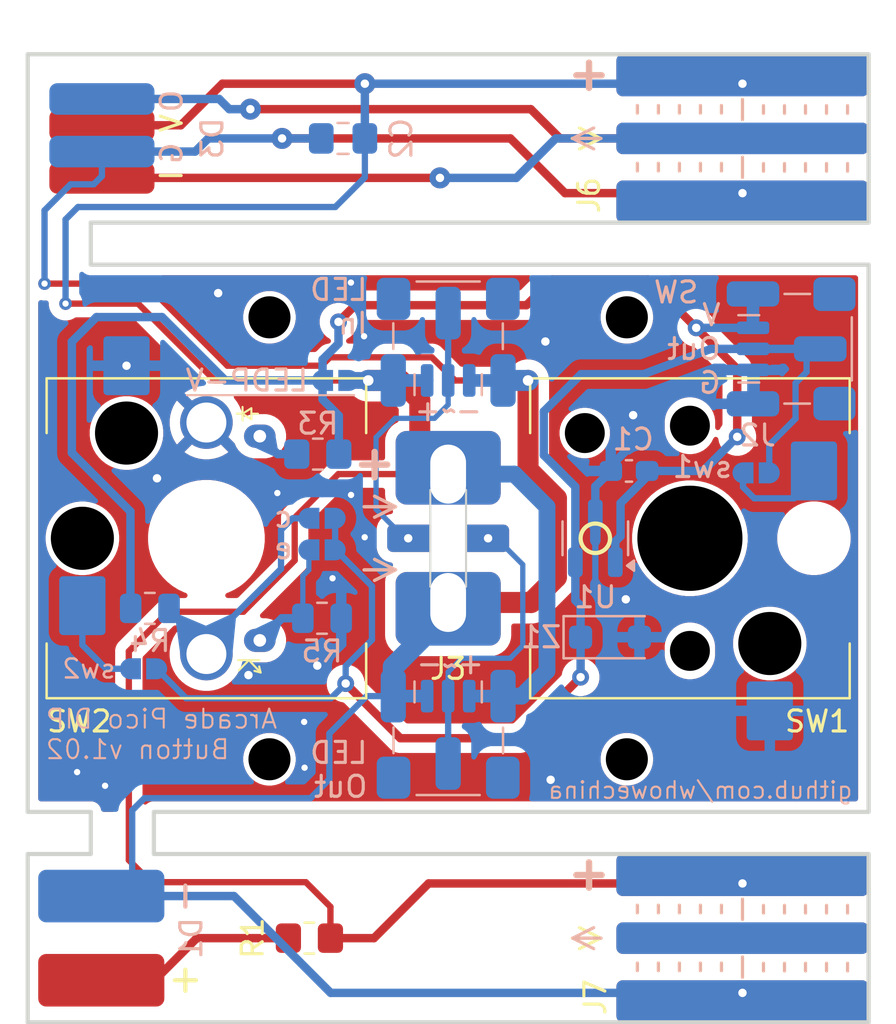
<source format=kicad_pcb>
(kicad_pcb (version 20241229) (generator "pcbnew") (generator_version "9.0")
  (layers (0 "F.Cu" signal) (2 "B.Cu" signal) (13 "F.Paste" user) (15 "B.Paste" user) (5 "F.SilkS" user "F.Silkscreen") (7 "B.SilkS" user "B.Silkscreen") (1 "F.Mask" user) (3 "B.Mask" user) (25 "Edge.Cuts" user))
  (net 0 "")
  (net 1 "LED_N")
  (net 2 "LED_P")
  (net 3 "Vcc")
  (net 4 "/Out")
  (net 5 "GND")
  (net 6 "Net-(J3-Out)")
  (net 7 "Net-(J3-In)")
  (net 8 "Net-(D1-A)")
  (net 9 "Net-(D3-Out)")
  (net 10 "Net-(D3-In)")
  (net 13 "Net-(JP7-A)")
  (net 14 "Net-(JP3-B)")
  (net 15 "Net-(JP4-B)")
  (net 16 "Net-(SW2B-A)")
  (net 17 "Net-(JP5-A)")
  (footprint "button:M2_Screw" (layer "F.Cu") (at 108.5 65.5)
    (property "Reference" "S2" (hide yes))
    (property "Value" "~")
    (pad "" np_thru_hole circle (at 0 0) (size 2 2) (drill 2) (layers "*.Mask"))
  )
  (footprint "button:M2_Screw" (layer "F.Cu") (at 108.5 44.5)
    (property "Reference" "S1" (hide yes))
    (property "Value" "~")
    (pad "" np_thru_hole circle (at 0 0) (size 2 2) (drill 2) (layers "*.Mask"))
  )
  (footprint "button:Choc_HE" (layer "F.Cu") (at 111.5 55 -90)
    (property "Reference" "SW1" (at 8.7 -6.05 0) (layer "F.SilkS"))
    (property "Value" "~" (hide yes))
    (pad "" np_thru_hole circle (at -5.35 0 270) (size 1.9 1.9) (drill oval 2.2 1.9) (layers "*.Mask"))
    (pad "" np_thru_hole circle (at -5 5 270) (size 1.9 1.9) (drill 1.9) (layers "*.Mask"))
    (pad "" np_thru_hole circle (at 0 -5.9 270) (size 3 3) (drill 3) (layers "*.Cu" "*.Mask"))
    (pad "" np_thru_hole circle (at 0 0 270) (size 5 5) (drill 5) (layers "*.Mask"))
    (pad "" np_thru_hole circle (at 5 -3.8 270) (size 3 3) (drill 3) (layers "*.Mask"))
    (pad "" np_thru_hole circle (at 5.35 0 270) (size 1.9 1.9) (drill oval 2.2 1.9) (layers "*.Mask"))
    (pad "1" smd roundrect (at -3.2 -5.9 270) (size 2.8 2.2) (layers "B.Cu" "B.Mask" "B.Paste") (roundrect_rratio 0.08333333333) (net 17 "Net-(JP5-A)"))
    (pad "2" smd roundrect (at 8.2 -3.8 270) (size 2.8 2.2) (layers "B.Cu" "B.Mask" "B.Paste") (roundrect_rratio 0.08333333333) (net 5 "GND"))
  )
  (footprint "button:SW_Kailh_Choc_IR_Combo" (layer "F.Cu") (at 88.5 55 90)
    (property "Reference" "SW2" (at -8.7 -6.05 180) (layer "F.SilkS"))
    (property "Value" "Choc and IR Pair" (hide yes))
    (pad "" np_thru_hole circle (at 0 -5.9 90) (size 3 3) (drill 3) (layers "*.Mask"))
    (pad "" np_thru_hole circle (at 0 0 90) (size 5.05 5.05) (drill 5.05) (layers "*.Cu" "*.Mask"))
    (pad "" np_thru_hole circle (at 5 -3.8 90) (size 3 3) (drill 3) (layers "*.Mask"))
    (pad "1" smd roundrect (at -3.2 -5.9 90) (size 2.8 2.2) (layers "B.Cu" "B.Mask" "B.Paste") (roundrect_rratio 0.08333333333) (net 13 "Net-(JP7-A)"))
    (pad "2" smd roundrect (at 8.2 -3.8 90) (size 2.8 2.2) (layers "B.Cu" "B.Mask" "B.Paste") (roundrect_rratio 0.08333333333) (net 5 "GND"))
    (pad "3" thru_hole circle (at 5.5 0 90) (size 2.5 2.5) (drill 1.9) (layers "*.Cu" "*.Mask") (net 5 "GND"))
    (pad "4" thru_hole oval (at 4.85 2.54 180) (size 1.5 1.1) (drill 0.6) (layers "*.Cu" "*.Mask") (net 16 "Net-(SW2B-A)"))
    (pad "5" thru_hole oval (at -4.85 2.54 180) (size 1.5 1.1) (drill 0.6) (layers "*.Cu" "*.Mask") (net 15 "Net-(JP4-B)"))
    (pad "6" thru_hole circle (at -5.5 0 90) (size 2.5 2.5) (drill 1.9) (layers "*.Cu" "*.Mask") (net 14 "Net-(JP3-B)"))
  )
  (footprint "button:GoldFinger" (layer "F.Cu") (at 114 36)
    (property "Reference" "J6" (at -7.3 2.7 90) (layer "F.SilkS"))
    (property "Value" "Gold Finger")
    (pad "G" thru_hole roundrect (at 0 2.6) (size 12 2) (drill 0.4 (offset 0 0.4)) (layers "*.Cu" "*.Paste" "*.Mask") (roundrect_rratio 0.15) (net 1 "LED_N"))
    (pad "I" smd roundrect (at 0 0) (size 12 1.5) (layers "B.Cu" "B.Mask" "B.Paste") (roundrect_rratio 0.2) (net 10 "Net-(D3-In)"))
    (pad "O" smd roundrect (at 0 0) (size 12 1.5) (layers "F.Cu" "F.Mask" "F.Paste") (roundrect_rratio 0.2) (net 9 "Net-(D3-Out)"))
    (pad "V" thru_hole roundrect (at 0 -2.6) (size 12 2) (drill 0.4 (offset 0 -0.4)) (layers "*.Cu" "*.Paste" "*.Mask") (roundrect_rratio 0.15) (net 2 "LED_P"))
  )
  (footprint "button:GoldFinger" (layer "F.Cu") (at 114 74)
    (property "Reference" "J7" (at -7 2.8 90) (layer "F.SilkS"))
    (property "Value" "Gold Finger")
    (pad "G" thru_hole roundrect (at 0 2.6) (size 12 2) (drill 0.4 (offset 0 0.4)) (layers "*.Cu" "*.Paste" "*.Mask") (roundrect_rratio 0.15) (net 1 "LED_N"))
    (pad "I" smd roundrect (at 0 0) (size 12 1.5) (layers "B.Cu" "B.Mask" "B.Paste") (roundrect_rratio 0.2))
    (pad "O" smd roundrect (at 0 0) (size 12 1.5) (layers "F.Cu" "F.Mask" "F.Paste") (roundrect_rratio 0.2))
    (pad "V" thru_hole roundrect (at 0 -2.6) (size 12 2) (drill 0.4 (offset 0 -0.4)) (layers "*.Cu" "*.Paste" "*.Mask") (roundrect_rratio 0.15) (net 2 "LED_P"))
  )
  (footprint "button:M2_Screw" (layer "F.Cu") (at 91.5 65.5)
    (property "Reference" "S4" (hide yes))
    (property "Value" "~")
    (pad "" np_thru_hole circle (at 0 0) (size 2 2) (drill 2) (layers "*.Mask"))
  )
  (footprint "button:M2_Screw" (layer "F.Cu") (at 91.5 44.5)
    (property "Reference" "S3" (hide yes))
    (property "Value" "~")
    (pad "" np_thru_hole circle (at 0 0) (size 2 2) (drill 2) (layers "*.Mask"))
  )
  (footprint "button:LampSeat" (layer "F.Cu") (at 100 55)
    (property "Reference" "J3" (at 0 6.2 0) (layer "F.SilkS"))
    (property "Value" "Lamp Seat")
    (fp_rect (start -0.85 -2.3) (end 0.85 2.3) (stroke (width 0.1)) (fill no) (layer "Edge.Cuts"))
    (pad "G" thru_hole roundrect (at 0 3.05) (size 5 3.5) (drill oval 1.7 2.8 (offset 0 0.3)) (layers "*.Cu" "*.Mask") (roundrect_rratio 0.15) (net 1 "LED_N"))
    (pad "I" thru_hole roundrect (at -1.9 0) (size 2 1.3) (drill 0.4) (layers "*.Cu" "*.Mask") (roundrect_rratio 0.2) (chamfer_ratio 0) (chamfer top_right bottom_right) (net 7 "Net-(J3-In)"))
    (pad "O" thru_hole roundrect (at 1.9 0) (size 2 1.3) (drill 0.4) (layers "*.Cu" "*.Mask") (roundrect_rratio 0.2) (chamfer_ratio 0) (chamfer top_left bottom_left) (net 6 "Net-(J3-Out)"))
    (pad "V" thru_hole roundrect (at 0 -3.05) (size 5 3.5) (drill oval 1.7 2.8 (offset 0 -0.3)) (layers "*.Cu" "*.Mask") (roundrect_rratio 0.15) (net 2 "LED_P"))
  )
  (footprint "Resistor_SMD:R_0805_2012Metric_Pad1.20x1.40mm_HandSolder" (layer "F.Cu") (at 93.4 74 180)
    (property "Reference" "R1" (at 2.7 0 90) (layer "F.SilkS"))
    (property "Value" "200")
    (pad "1" smd roundrect (at -1 0 180) (size 1.2 1.4) (layers "F.Cu" "F.Mask" "F.Paste") (roundrect_rratio 0.208333) (net 2 "LED_P"))
    (pad "2" smd roundrect (at 1 0 180) (size 1.2 1.4) (layers "F.Cu" "F.Mask" "F.Paste") (roundrect_rratio 0.208333) (net 8 "Net-(D1-A)"))
  )
  (footprint "button:SH1.0_3P_Solder_Combo" (layer "B.Cu") (at 100 64.5 180)
    (property "Reference" "J5" (hide yes))
    (property "Value" "RGB Out" (hide yes))
    (pad "1" smd roundrect (at -2.61 2 180) (size 1.2 2.5) (layers "B.Cu" "B.Mask" "B.Paste") (net 2 "LED_P"))
    (pad "1" smd roundrect (at -1 2 180) (size 0.6 1.55) (layers "B.Cu" "B.Mask" "B.Paste") (net 2 "LED_P"))
    (pad "2" smd roundrect (at 0 -1.2 180) (size 1.2 2.5) (layers "B.Cu" "B.Mask" "B.Paste") (net 6 "Net-(J3-Out)"))
    (pad "2" smd roundrect (at 0 2 180) (size 0.6 1.55) (layers "B.Cu" "B.Mask" "B.Paste") (net 6 "Net-(J3-Out)"))
    (pad "3" smd roundrect (at 1 2 180) (size 0.6 1.55) (layers "B.Cu" "B.Mask" "B.Paste") (net 1 "LED_N"))
    (pad "3" smd roundrect (at 2.61 2 180) (size 1.2 2.5) (layers "B.Cu" "B.Mask" "B.Paste") (net 1 "LED_N"))
    (pad "MP" smd roundrect (at -2.6 -1.875 180) (size 1.6 2) (layers "B.Cu" "B.Mask" "B.Paste") (roundrect_rratio 0.208333))
    (pad "MP" smd roundrect (at 2.6 -1.875 180) (size 1.6 2) (layers "B.Cu" "B.Mask" "B.Paste") (roundrect_rratio 0.208333))
  )
  (footprint "button:SolderJump" (layer "B.Cu") (at 94 55.55 180)
    (property "Reference" "JP4" (hide yes))
    (property "Value" "e" (at 1.85 0.075 0) (layer "B.SilkS") (effects (justify mirror)))
    (pad "1" smd roundrect (at -0.625 0 180) (size 1 1) (layers "B.Cu" "B.Mask" "B.Paste") (roundrect_rratio 0.5) (chamfer_ratio 0) (chamfer top_right bottom_right) (net 4 "/Out"))
    (pad "2" smd roundrect (at 0.625 0) (size 1 1) (layers "B.Cu" "B.Mask" "B.Paste") (roundrect_rratio 0.5) (chamfer_ratio 0) (chamfer top_right bottom_right) (net 15 "Net-(JP4-B)"))
  )
  (footprint "button:SH1.0_3P_Solder_Combo" (layer "B.Cu") (at 100 45.5)
    (property "Reference" "J4" (hide yes))
    (property "Value" "RGB In" (hide yes))
    (pad "1" smd roundrect (at -2.61 2) (size 1.2 2.5) (layers "B.Cu" "B.Mask" "B.Paste") (net 2 "LED_P"))
    (pad "1" smd roundrect (at -1 2) (size 0.6 1.55) (layers "B.Cu" "B.Mask" "B.Paste") (net 2 "LED_P"))
    (pad "2" smd roundrect (at 0 -1.2) (size 1.2 2.5) (layers "B.Cu" "B.Mask" "B.Paste") (net 7 "Net-(J3-In)"))
    (pad "2" smd roundrect (at 0 2) (size 0.6 1.55) (layers "B.Cu" "B.Mask" "B.Paste") (net 7 "Net-(J3-In)"))
    (pad "3" smd roundrect (at 1 2) (size 0.6 1.55) (layers "B.Cu" "B.Mask" "B.Paste") (net 1 "LED_N"))
    (pad "3" smd roundrect (at 2.61 2) (size 1.2 2.5) (layers "B.Cu" "B.Mask" "B.Paste") (net 1 "LED_N"))
    (pad "MP" smd roundrect (at -2.6 -1.875) (size 1.6 2) (layers "B.Cu" "B.Mask" "B.Paste") (roundrect_rratio 0.208333))
    (pad "MP" smd roundrect (at 2.6 -1.875) (size 1.6 2) (layers "B.Cu" "B.Mask" "B.Paste") (roundrect_rratio 0.208333))
  )
  (footprint "button:SolderJump" (layer "B.Cu") (at 114.65 51.89)
    (property "Reference" "JP5" (hide yes))
    (property "Value" "sw1" (at -2.56 -0.28 0) (layer "B.SilkS") (effects (justify mirror)))
    (pad "1" smd roundrect (at -0.625 0) (size 1 1) (layers "B.Cu" "B.Mask" "B.Paste") (roundrect_rratio 0.5) (chamfer_ratio 0) (chamfer top_right bottom_right) (net 17 "Net-(JP5-A)"))
    (pad "2" smd roundrect (at 0.625 0 180) (size 1 1) (layers "B.Cu" "B.Mask" "B.Paste") (roundrect_rratio 0.5) (chamfer_ratio 0) (chamfer top_right bottom_right) (net 4 "/Out"))
  )
  (footprint "button:SH1.0_3P_Solder_Combo" (layer "B.Cu") (at 116.5 46 -90)
    (property "Reference" "J2" (at 4.11 1.78 180) (layer "B.SilkS") (effects (justify mirror)))
    (property "Value" "Conn_01x03_Socket")
    (pad "1" smd roundrect (at -2.61 2 270) (size 1.2 2.5) (layers "B.Cu" "B.Mask" "B.Paste") (net 3 "Vcc"))
    (pad "1" smd roundrect (at -1 2 270) (size 0.6 1.55) (layers "B.Cu" "B.Mask" "B.Paste") (net 3 "Vcc"))
    (pad "2" smd roundrect (at 0 -1.2 270) (size 1.2 2.5) (layers "B.Cu" "B.Mask" "B.Paste") (net 4 "/Out"))
    (pad "2" smd roundrect (at 0 2 270) (size 0.6 1.55) (layers "B.Cu" "B.Mask" "B.Paste") (net 4 "/Out"))
    (pad "3" smd roundrect (at 1 2 270) (size 0.6 1.55) (layers "B.Cu" "B.Mask" "B.Paste") (net 5 "GND"))
    (pad "3" smd roundrect (at 2.61 2 270) (size 1.2 2.5) (layers "B.Cu" "B.Mask" "B.Paste") (net 5 "GND"))
    (pad "MP" smd roundrect (at -2.6 -1.875 270) (size 1.6 2) (layers "B.Cu" "B.Mask" "B.Paste") (roundrect_rratio 0.208333))
    (pad "MP" smd roundrect (at 2.6 -1.875 270) (size 1.6 2) (layers "B.Cu" "B.Mask" "B.Paste") (roundrect_rratio 0.208333))
  )
  (footprint "button:DIPLED" (layer "B.Cu") (at 83.5 74 -90)
    (property "Reference" "D1" (at 0 -4.28 90) (layer "B.SilkS") (effects (justify mirror)))
    (property "Value" "LED")
    (pad "1" smd roundrect (at -2 0 270) (size 2.5 6) (layers "B.Cu" "B.Mask" "B.Paste") (roundrect_rratio 0.15) (net 1 "LED_N"))
    (pad "2" smd roundrect (at 2 0 270) (size 2.5 6) (layers "F.Cu" "F.Mask" "F.Paste") (roundrect_rratio 0.15) (net 8 "Net-(D1-A)"))
  )
  (footprint "Capacitor_SMD:C_0603_1608Metric_Pad1.08x0.95mm_HandSolder" (layer "B.Cu") (at 108.6 51.8)
    (property "Reference" "C1" (at 0.2 -1.5 180) (layer "B.SilkS") (effects (justify mirror)))
    (property "Value" "0.1uF")
    (pad "1" smd roundrect (at -0.8625 0) (size 1.075 0.95) (layers "B.Cu" "B.Mask" "B.Paste") (net 5 "GND"))
    (pad "2" smd roundrect (at 0.8625 0) (size 1.075 0.95) (layers "B.Cu" "B.Mask" "B.Paste") (net 3 "Vcc"))
  )
  (footprint "button:WS2812B-DIP" (layer "B.Cu") (at 83.53 36 -90)
    (property "Reference" "D3" (at 0 -5.25 90) (layer "B.SilkS") (effects (justify mirror)))
    (property "Value" "WS2812B_Unified")
    (fp_text user "I" (at 2.1 -3.9 90) (layer "F.SilkS") (effects (justify left bottom)))
    (fp_text user "V" (at -0.2 -3.9 90) (layer "F.SilkS") (effects (justify left bottom)))
    (fp_text user "O" (at -2.4 -3.9 90) (layer "B.SilkS") (effects (justify left bottom mirror)))
    (fp_text user "G" (at 0.1 -3.9 90) (layer "B.SilkS") (effects (justify left bottom mirror)))
    (pad "G" smd roundrect (at 0.625 0 270) (size 1.5 5) (layers "B.Cu" "B.Mask" "B.Paste") (net 1 "LED_N"))
    (pad "I" smd roundrect (at 1.875 0 270) (size 1.5 5) (layers "F.Cu" "F.Mask" "F.Paste") (net 10 "Net-(D3-In)"))
    (pad "O" smd roundrect (at -1.875 0 270) (size 1.5 5) (layers "B.Cu" "B.Mask" "B.Paste") (net 9 "Net-(D3-Out)"))
    (pad "V" smd roundrect (at -0.625 0 270) (size 1.5 5) (layers "F.Cu" "F.Mask" "F.Paste") (net 2 "LED_P"))
  )
  (footprint "Resistor_SMD:R_0805_2012Metric_Pad1.20x1.40mm_HandSolder" (layer "B.Cu") (at 93.8 51)
    (property "Reference" "R3" (at 0 -1.45 180) (layer "B.SilkS") (effects (justify mirror)))
    (property "Value" "200")
    (pad "1" smd roundrect (at -1 0) (size 1.2 1.4) (layers "B.Cu" "B.Mask" "B.Paste") (roundrect_rratio 0.208333) (net 16 "Net-(SW2B-A)"))
    (pad "2" smd roundrect (at 1 0) (size 1.2 1.4) (layers "B.Cu" "B.Mask" "B.Paste") (roundrect_rratio 0.208333) (net 3 "Vcc"))
  )
  (footprint "button:SolderJump" (layer "B.Cu") (at 85.51 61.2)
    (property "Reference" "JP7" (hide yes))
    (property "Value" "sw2" (at -2.6 0 0) (layer "B.SilkS") (effects (font (size 0.9 0.9) (thickness 0.12)) (justify mirror)))
    (pad "1" smd roundrect (at -0.625 0) (size 1 1) (layers "B.Cu" "B.Mask" "B.Paste") (roundrect_rratio 0.5) (chamfer_ratio 0) (chamfer top_right bottom_right) (net 13 "Net-(JP7-A)"))
    (pad "2" smd roundrect (at 0.625 0 180) (size 1 1) (layers "B.Cu" "B.Mask" "B.Paste") (roundrect_rratio 0.5) (chamfer_ratio 0) (chamfer top_right bottom_right) (net 4 "/Out"))
  )
  (footprint "button:SOT-23-FAT" (layer "B.Cu") (at 107 55 90)
    (property "Reference" "U1" (at -2.8 0 0) (layer "B.SilkS") (effects (justify mirror)))
    (property "Value" "SS49E_SOT23")
    (pad "1" smd roundrect (at -1.1375 0.95 90) (size 1.4 0.7) (layers "B.Cu" "B.Mask" "B.Paste") (net 3 "Vcc"))
    (pad "2" smd roundrect (at -1.1375 -0.95 90) (size 1.4 0.7) (layers "B.Cu" "B.Mask" "B.Paste") (net 4 "/Out"))
    (pad "3" smd roundrect (at 1.1375 0 90) (size 1.4 0.7) (layers "B.Cu" "B.Mask" "B.Paste") (net 5 "GND"))
  )
  (footprint "Capacitor_SMD:C_0805_2012Metric_Pad1.18x1.45mm_HandSolder" (layer "B.Cu") (at 95 36)
    (property "Reference" "C2" (at 2.77 0.01 270) (layer "B.SilkS") (effects (justify mirror)))
    (property "Value" "0.1uF")
    (pad "1" smd roundrect (at -1.0375 0) (size 1.175 1.45) (layers "B.Cu" "B.Mask" "B.Paste") (roundrect_rratio 0.212766) (net 1 "LED_N"))
    (pad "2" smd roundrect (at 1.0375 0) (size 1.175 1.45) (layers "B.Cu" "B.Mask" "B.Paste") (roundrect_rratio 0.212766) (net 2 "LED_P"))
  )
  (footprint "Diode_SMD:D_SOD-123F" (layer "B.Cu") (at 107.7 59.7)
    (property "Reference" "Z1" (at -3.275 0 0) (layer "B.SilkS") (effects (justify mirror)))
    (property "Value" "3.3V")
    (pad "1" smd roundrect (at -1.4 0) (size 1.1 1.1) (layers "B.Cu" "B.Mask" "B.Paste") (roundrect_rratio 0.2272727273) (net 4 "/Out"))
    (pad "2" smd roundrect (at 1.4 0) (size 1.1 1.1) (layers "B.Cu" "B.Mask" "B.Paste") (roundrect_rratio 0.2272727273) (net 5 "GND"))
  )
  (footprint "Resistor_SMD:R_0805_2012Metric" (layer "B.Cu") (at 94 58.8 180)
    (property "Reference" "R5" (at 0 -1.575 0) (layer "B.SilkS") (effects (justify mirror)))
    (property "Value" "200")
    (pad "1" smd roundrect (at -0.9125 0 180) (size 1.025 1.4) (layers "B.Cu" "B.Mask" "B.Paste") (roundrect_rratio 0.243902) (net 5 "GND"))
    (pad "2" smd roundrect (at 0.9125 0 180) (size 1.025 1.4) (layers "B.Cu" "B.Mask" "B.Paste") (roundrect_rratio 0.243902) (net 15 "Net-(JP4-B)"))
  )
  (footprint "Resistor_SMD:R_0805_2012Metric" (layer "B.Cu") (at 85.81 58.33 180)
    (property "Reference" "R4" (at 0 -1.55 0) (layer "B.SilkS") (effects (justify mirror)))
    (property "Value" "200")
    (pad "1" smd roundrect (at -0.9125 0 180) (size 1.025 1.4) (layers "B.Cu" "B.Mask" "B.Paste") (roundrect_rratio 0.243902) (net 14 "Net-(JP3-B)"))
    (pad "2" smd roundrect (at 0.9125 0 180) (size 1.025 1.4) (layers "B.Cu" "B.Mask" "B.Paste") (roundrect_rratio 0.243902) (net 3 "Vcc"))
  )
  (footprint "button:SolderJump" (layer "B.Cu") (at 94 54.05 180)
    (property "Reference" "JP3" (hide yes))
    (property "Value" "c" (at 1.85 0.075 0) (layer "B.SilkS") (effects (justify mirror)))
    (pad "1" smd roundrect (at -0.625 0 180) (size 1 1) (layers "B.Cu" "B.Mask" "B.Paste") (roundrect_rratio 0.5) (chamfer_ratio 0) (chamfer top_right bottom_right) (net 4 "/Out"))
    (pad "2" smd roundrect (at 0.625 0) (size 1 1) (layers "B.Cu" "B.Mask" "B.Paste") (roundrect_rratio 0.5) (chamfer_ratio 0) (chamfer top_right bottom_right) (net 14 "Net-(JP3-B)"))
  )
  (footprint "button:SolderJump" (layer "B.Cu") (at 94.65 47.5 180)
    (property "Reference" "JP6" (hide yes))
    (property "Value" "LEDP-V" (at 4.225 0 0) (layer "B.SilkS") (effects (justify mirror)))
    (pad "1" smd roundrect (at -0.625 0 180) (size 1 1) (layers "B.Cu" "B.Mask" "B.Paste") (roundrect_rratio 0.5) (chamfer_ratio 0) (chamfer top_right bottom_right) (net 2 "LED_P"))
    (pad "2" smd roundrect (at 0.625 0) (size 1 1) (layers "B.Cu" "B.Mask" "B.Paste") (roundrect_rratio 0.5) (chamfer_ratio 0) (chamfer top_right bottom_right) (net 3 "Vcc"))
  )
  (gr_line (start 87.575 48.2) (end 95.525 48.2) (stroke (width 0.1)) (layer "B.SilkS"))
  (gr_line (start 83 70) (end 80 70) (stroke (width 0.2)) (layer "Edge.Cuts"))
  (gr_line (start 80 70) (end 80 78) (stroke (width 0.2)) (layer "Edge.Cuts"))
  (gr_line (start 83 68) (end 83 70) (stroke (width 0.2)) (layer "Edge.Cuts"))
  (gr_line (start 120 42) (end 120 68) (stroke (width 0.2)) (layer "Edge.Cuts"))
  (gr_line (start 120 70) (end 86 70) (stroke (width 0.2)) (layer "Edge.Cuts"))
  (gr_line (start 80 68) (end 83 68) (stroke (width 0.2)) (layer "Edge.Cuts"))
  (gr_line (start 80 32) (end 120 32) (stroke (width 0.2)) (layer "Edge.Cuts"))
  (gr_line (start 80 78) (end 120 78) (stroke (width 0.2)) (layer "Edge.Cuts"))
  (gr_line (start 83 40) (end 83 42) (stroke (width 0.2)) (layer "Edge.Cuts"))
  (gr_line (start 80 32) (end 80 68) (stroke (width 0.2)) (layer "Edge.Cuts"))
  (gr_line (start 86 70) (end 86 68) (stroke (width 0.2)) (layer "Edge.Cuts"))
  (gr_line (start 120 32) (end 120 40) (stroke (width 0.2)) (layer "Edge.Cuts"))
  (gr_line (start 83 42) (end 120 42) (stroke (width 0.2)) (layer "Edge.Cuts"))
  (gr_line (start 120 78) (end 120 70) (stroke (width 0.2)) (layer "Edge.Cuts"))
  (gr_line (start 86 68) (end 120 68) (stroke (width 0.2)) (layer "Edge.Cuts"))
  (gr_line (start 120 40) (end 83 40) (stroke (width 0.2)) (layer "Edge.Cuts"))
  (gr_text "V\nOut\nG" (at 113.05 48.2 0) (layer "B.SilkS") (effects (font (size 1 1)) (justify left bottom mirror)))
  (gr_text "github.com/whowechina" (at 111.99 66.97 0) (layer "B.SilkS") (effects (font (size 0.8 0.8) (thickness 0.1)) (justify mirror)))
  (gr_text "SW" (at 111.99 43.9 0) (layer "B.SilkS") (effects (font (size 1 1)) (justify left bottom mirror)))
  (gr_text "Arcade Pico DIP\nButton v1.02" (at 80.79 65.56 0) (layer "B.SilkS") (effects (font (size 0.9 0.9) (thickness 0.1)) (justify right bottom mirror)))
  (gr_text "-~+" (at 98.4 60.5 180) (layer "B.SilkS") (effects (font (size 1 1)) (justify left bottom mirror)))
  (gr_text "LED\nIn" (at 96.25 44 0) (layer "B.SilkS") (effects (font (size 1 1)) (justify left mirror)))
  (gr_text "LED\nOut" (at 96.25 66 0) (layer "B.SilkS") (effects (font (size 1 1)) (justify left mirror)))
  (gr_text "-~+" (at 101.7 49.5 0) (layer "B.SilkS") (effects (font (size 1 1)) (justify left bottom mirror)))
  (segment (start 105.15 53.1) (end 103.8 51.75) (width 1) (layer "F.Cu") (net 1))
  (segment (start 103.8 51.75) (end 103.8 47.5) (width 1) (layer "F.Cu") (net 1))
  (segment (start 103.95 58.05) (end 105.15 56.85) (width 1) (layer "F.Cu") (net 1))
  (segment (start 89.5 46.8) (end 93.975 46.8) (width 0.3) (layer "F.Cu") (net 1))
  (segment (start 102.96 36) (end 92.1 36) (width 0.4) (layer "F.Cu") (net 1))
  (segment (start 94.375 46.4) (end 99.225 46.4) (width 0.3) (layer "F.Cu") (net 1))
  (segment (start 93.975 46.8) (end 94.375 46.4) (width 0.3) (layer "F.Cu") (net 1))
  (segment (start 114 38.6) (end 105.56 38.6) (width 0.4) (layer "F.Cu") (net 1))
  (segment (start 80.8 42.9) (end 85.6 42.9) (width 0.3) (layer "F.Cu") (net 1))
  (segment (start 105.56 38.6) (end 102.96 36) (width 0.4) (layer "F.Cu") (net 1))
  (segment (start 101.5 58.05) (end 103.95 58.05) (width 1) (layer "F.Cu") (net 1))
  (segment (start 99.225 46.4) (end 100.325 47.5) (width 0.3) (layer "F.Cu") (net 1))
  (segment (start 100.325 47.5) (end 103.8 47.5) (width 0.3) (layer "F.Cu") (net 1))
  (segment (start 85.6 42.9) (end 89.5 46.8) (width 0.3) (layer "F.Cu") (net 1))
  (segment (start 105.15 56.85) (end 105.15 53.1) (width 1) (layer "F.Cu") (net 1))
  (via (at 103.8 47.5) (size 1) (drill 0.5) (layers "F.Cu" "B.Cu") (net 1))
  (via (at 80.8 42.9) (size 0.6) (drill 0.3) (layers "F.Cu" "B.Cu") (net 1))
  (via (at 92.1 36) (size 1) (drill 0.4) (layers "F.Cu" "B.Cu") (net 1))
  (segment (start 83.53 36.625) (end 87.965 36.625) (width 0.4) (layer "B.Cu") (net 1))
  (segment (start 98.7 59) (end 98.7 59.8) (width 1) (layer "B.Cu") (net 1))
  (segment (start 85.551 67.349) (end 84.97 67.93) (width 0.3) (layer "B.Cu") (net 1))
  (segment (start 94.35 64.275) (end 94.35 66.45) (width 0.3) (layer "B.Cu") (net 1))
  (segment (start 94.41 76.6) (end 110.5 76.6) (width 0.4) (layer "B.Cu") (net 1))
  (segment (start 82.4 72) (end 89.81 72) (width 0.4) (layer "B.Cu") (net 1))
  (segment (start 96.125 62.5) (end 94.35 64.275) (width 0.3) (layer "B.Cu") (net 1))
  (segment (start 83.14 38.18) (end 83.53 37.79) (width 0.3) (layer "B.Cu") (net 1))
  (segment (start 98.7 59.8) (end 97.39 61.11) (width 1) (layer "B.Cu") (net 1))
  (segment (start 101 47.5) (end 102.61 47.5) (width 0.6) (layer "B.Cu") (net 1))
  (segment (start 83.53 37.79) (end 83.53 36.625) (width 0.3) (layer "B.Cu") (net 1))
  (segment (start 92.1 36) (end 93.9625 36) (width 0.4) (layer "B.Cu") (net 1))
  (segment (start 93.451 67.349) (end 85.551 67.349) (width 0.3) (layer "B.Cu") (net 1))
  (segment (start 97.39 61.11) (end 97.39 62.5) (width 1) (layer "B.Cu") (net 1))
  (segment (start 94.35 66.45) (end 93.451 67.349) (width 0.3) (layer "B.Cu") (net 1))
  (segment (start 103.8 47.5) (end 102.61 47.5) (width 1) (layer "B.Cu") (net 1))
  (segment (start 84.97 67.93) (end 84.97 72) (width 0.3) (layer "B.Cu") (net 1))
  (segment (start 82.04 38.18) (end 83.14 38.18) (width 0.3) (layer "B.Cu") (net 1))
  (segment (start 87.965 36.625) (end 88.59 36) (width 0.4) (layer "B.Cu") (net 1))
  (segment (start 80.8 42.9) (end 80.8 39.42) (width 0.3) (layer "B.Cu") (net 1))
  (segment (start 97.39 62.5) (end 99 62.5) (width 0.6) (layer "B.Cu") (net 1))
  (segment (start 88.59 36) (end 92.1 36) (width 0.4) (layer "B.Cu") (net 1))
  (segment (start 89.81 72) (end 94.41 76.6) (width 0.4) (layer "B.Cu") (net 1))
  (segment (start 80.8 39.42) (end 82.04 38.18) (width 0.3) (layer "B.Cu") (net 1))
  (segment (start 97.39 62.5) (end 96.125 62.5) (width 0.3) (layer "B.Cu") (net 1))
  (segment (start 84.81 70.29) (end 84.81 60.37) (width 0.3) (layer "F.Cu") (net 2))
  (segment (start 94.4 74) (end 96.47 74) (width 0.4) (layer "F.Cu") (net 2))
  (segment (start 94.4 74) (end 94.4 72.51) (width 0.3) (layer "F.Cu") (net 2))
  (segment (start 92.7 54.025) (end 94.775 51.95) (width 0.3) (layer "F.Cu") (net 2))
  (segment (start 85.86 71.34) (end 84.81 70.29) (width 0.3) (layer "F.Cu") (net 2))
  (segment (start 97.725 47.5) (end 96.2 47.5) (width 1) (layer "F.Cu") (net 2))
  (segment (start 94.775 51.95) (end 100 51.95) (width 0.3) (layer "F.Cu") (net 2))
  (segment (start 84.81 60.37) (end 86.69 58.49) (width 0.3) (layer "F.Cu") (net 2))
  (segment (start 86.69 58.49) (end 90.26 58.49) (width 0.3) (layer "F.Cu") (net 2))
  (segment (start 83.53 35.375) (end 87.285 35.375) (width 0.4) (layer "F.Cu") (net 2))
  (segment (start 93.23 71.34) (end 85.86 71.34) (width 0.3) (layer "F.Cu") (net 2))
  (segment (start 96.47 74) (end 99.07 71.4) (width 0.4) (layer "F.Cu") (net 2))
  (segment (start 90.26 58.49) (end 92.7 56.05) (width 0.3) (layer "F.Cu") (net 2))
  (segment (start 85.25 43.85) (end 88.9 47.5) (width 0.3) (layer "F.Cu") (net 2))
  (segment (start 94.4 72.51) (end 93.23 71.34) (width 0.3) (layer "F.Cu") (net 2))
  (segment (start 89.26 33.4) (end 96.0375 33.4) (width 0.4) (layer "F.Cu") (net 2))
  (segment (start 98.65 50.6) (end 98.65 48.425) (width 1) (layer "F.Cu") (net 2))
  (segment (start 98.65 48.425) (end 97.725 47.5) (width 1) (layer "F.Cu") (net 2))
  (segment (start 99.07 71.4) (end 114 71.4) (width 0.4) (layer "F.Cu") (net 2))
  (segment (start 88.9 47.5) (end 96.2 47.5) (width 0.3) (layer "F.Cu") (net 2))
  (segment (start 81.8 43.85) (end 85.25 43.85) (width 0.3) (layer "F.Cu") (net 2))
  (segment (start 87.285 35.375) (end 89.26 33.4) (width 0.4) (layer "F.Cu") (net 2))
  (segment (start 92.7 56.05) (end 92.7 54.025) (width 0.3) (layer "F.Cu") (net 2))
  (via (at 81.8 43.85) (size 0.6) (drill 0.3) (layers "F.Cu" "B.Cu") (net 2))
  (via (at 96.2 47.5) (size 1) (drill 0.5) (layers "F.Cu" "B.Cu") (net 2))
  (via (at 96.0375 33.4) (size 1) (drill 0.4) (layers "F.Cu" "B.Cu") (net 2))
  (segment (start 82.39 39.26) (end 94.63 39.26) (width 0.3) (layer "B.Cu") (net 2))
  (segment (start 96.0375 37.8525) (end 96.0375 36) (width 0.3) (layer "B.Cu") (net 2))
  (segment (start 104.7 53.5) (end 104.7 61.3) (width 0.8) (layer "B.Cu") (net 2))
  (segment (start 104.7 61.3) (end 103.5 62.5) (width 0.8) (layer "B.Cu") (net 2))
  (segment (start 103.15 51.95) (end 104.7 53.5) (width 0.8) (layer "B.Cu") (net 2))
  (segment (start 95.275 47.5) (end 96.2 47.5) (width 0.8) (layer "B.Cu") (net 2))
  (segment (start 97.39 47.5) (end 99 47.5) (width 0.6) (layer "B.Cu") (net 2))
  (segment (start 94.63 39.26) (end 96.0375 37.8525) (width 0.3) (layer "B.Cu") (net 2))
  (segment (start 103.5 62.5) (end 102.61 62.5) (width 0.8) (layer "B.Cu") (net 2))
  (segment (start 96.0375 33.4) (end 96.0375 36) (width 0.4) (layer "B.Cu") (net 2))
  (segment (start 101.8 51.95) (end 103.15 51.95) (width 0.8) (layer "B.Cu") (net 2))
  (segment (start 101 62.5) (end 102.61 62.5) (width 0.6) (layer "B.Cu") (net 2))
  (segment (start 96.2 47.5) (end 97.39 47.5) (width 1) (layer "B.Cu") (net 2))
  (segment (start 81.8 43.85) (end 81.8 39.85) (width 0.3) (layer "B.Cu") (net 2))
  (segment (start 81.8 39.85) (end 82.39 39.26) (width 0.3) (layer "B.Cu") (net 2))
  (segment (start 96.0375 33.4) (end 114 33.4) (width 0.4) (layer "B.Cu") (net 2))
  (segment (start 94.783741 44.716259) (end 95.575 43.925) (width 0.4) (layer "F.Cu") (net 3))
  (segment (start 103.725 43.925) (end 104.949 42.701) (width 0.4) (layer "F.Cu") (net 3))
  (segment (start 109.501 42.701) (end 111.8 45) (width 0.4) (layer "F.Cu") (net 3))
  (segment (start 104.949 42.701) (end 109.501 42.701) (width 0.4) (layer "F.Cu") (net 3))
  (segment (start 95.575 43.925) (end 103.725 43.925) (width 0.4) (layer "F.Cu") (net 3))
  (segment (start 113.75 50.18) (end 113.75 46.95) (width 0.4) (layer "F.Cu") (net 3))
  (segment (start 113.75 46.95) (end 111.8 45) (width 0.4) (layer "F.Cu") (net 3))
  (via (at 111.8 45) (size 0.8) (drill 0.4) (layers "F.Cu" "B.Cu") (net 3))
  (via (at 94.783741 44.716259) (size 0.8) (drill 0.4) (layers "F.Cu" "B.Cu") (net 3))
  (via (at 113.75 50.18) (size 0.8) (drill 0.4) (layers "F.Cu" "B.Cu") (net 3))
  (segment (start 94.783741 44.716259) (end 94.783741 45.75) (width 0.4) (layer "B.Cu") (net 3))
  (segment (start 89.4 47.5) (end 86.39 44.49) (width 0.4) (layer "B.Cu") (net 3))
  (segment (start 94.025 47.5) (end 89.4 47.5) (width 0.4) (layer "B.Cu") (net 3))
  (segment (start 108.2 54.9) (end 107.95 55.15) (width 0.4) (layer "B.Cu") (net 3))
  (segment (start 109.4625 52.06875) (end 108.2 53.33125) (width 0.4) (layer "B.Cu") (net 3))
  (segment (start 109.4625 51.8) (end 109.4625 52.06875) (width 0.4) (layer "B.Cu") (net 3))
  (segment (start 112.13 51.8) (end 109.4625 51.8) (width 0.4) (layer "B.Cu") (net 3))
  (segment (start 94.783741 45.75) (end 94.025 46.508741) (width 0.4) (layer "B.Cu") (net 3))
  (segment (start 84.8875 53.7275) (end 84.8875 58.32) (width 0.4) (layer "B.Cu") (net 3))
  (segment (start 94.8 49.175) (end 94.8 51) (width 0.4) (layer "B.Cu") (net 3))
  (segment (start 113.75 50.18) (end 112.13 51.8) (width 0.4) (layer "B.Cu") (net 3))
  (segment (start 83.27 44.49) (end 82.1 45.66) (width 0.4) (layer "B.Cu") (net 3))
  (segment (start 86.39 44.49) (end 83.27 44.49) (width 0.4) (layer "B.Cu") (net 3))
  (segment (start 94.025 46.508741) (end 94.025 48.4) (width 0.4) (layer "B.Cu") (net 3))
  (segment (start 82.1 45.66) (end 82.1 50.94) (width 0.4) (layer "B.Cu") (net 3))
  (segment (start 111.8 45) (end 114.475 45) (width 0.4) (layer "B.Cu") (net 3))
  (segment (start 82.1 50.94) (end 84.8875 53.7275) (width 0.4) (layer "B.Cu") (net 3))
  (segment (start 114.5 45) (end 114.5 43.39) (width 0.6) (layer "B.Cu") (net 3))
  (segment (start 94.025 48.4) (end 94.8 49.175) (width 0.4) (layer "B.Cu") (net 3))
  (segment (start 107.95 55.15) (end 107.95 56.1375) (width 0.4) (layer "B.Cu") (net 3))
  (segment (start 108.2 53.33125) (end 108.2 54.9) (width 0.4) (layer "B.Cu") (net 3))
  (segment (start 103.4 64.5) (end 97.724 64.5) (width 0.4) (layer "F.Cu") (net 4))
  (segment (start 97.724 64.5) (end 95.125 61.901) (width 0.4) (layer "F.Cu") (net 4))
  (segment (start 106.3 61.6) (end 103.4 64.5) (width 0.4) (layer "F.Cu") (net 4))
  (via (at 106.3 61.6) (size 0.8) (drill 0.4) (layers "F.Cu" "B.Cu") (net 4))
  (via (at 95.125 61.901) (size 0.8) (drill 0.4) (layers "F.Cu" "B.Cu") (net 4))
  (segment (start 96.375 59.825) (end 96.375 57.275) (width 0.3) (layer "B.Cu") (net 4))
  (segment (start 106.05 57.95) (end 106.05 56.1375) (width 0.4) (layer "B.Cu") (net 4))
  (segment (start 112.5 46) (end 117.7 46) (width 0.4) (layer "B.Cu") (net 4))
  (segment (start 115.275 50.565) (end 115.275 51.89) (width 0.3) (layer "B.Cu") (net 4))
  (segment (start 106.325 47.2) (end 109.3 47.2) (width 0.4) (layer "B.Cu") (net 4))
  (segment (start 117.05 46) (end 117.05 47.1) (width 0.3) (layer "B.Cu") (net 4))
  (segment (start 94.625 55.55) (end 94.625 54.05) (width 0.3) (layer "B.Cu") (net 4))
  (segment (start 106.05 52.55) (end 104.55 51.05) (width 0.4) (layer "B.Cu") (net 4))
  (segment (start 117.05 47.1) (end 116.525 47.625) (width 0.3) (layer "B.Cu") (net 4))
  (segment (start 104.55 48.975) (end 106.325 47.2) (width 0.4) (layer "B.Cu") (net 4))
  (segment (start 104.55 51.05) (end 104.55 48.975) (width 0.4) (layer "B.Cu") (net 4))
  (segment (start 106.3 58.2) (end 106.05 57.95) (width 0.4) (layer "B.Cu") (net 4))
  (segment (start 116.525 47.625) (end 116.525 49.315) (width 0.3) (layer "B.Cu") (net 4))
  (segment (start 116.525 49.315) (end 115.275 50.565) (width 0.3) (layer "B.Cu") (net 4))
  (segment (start 87.535 62.6) (end 94.426 62.6) (width 0.3) (layer "B.Cu") (net 4))
  (segment (start 95.125 61.075) (end 96.375 59.825) (width 0.3) (layer "B.Cu") (net 4))
  (segment (start 86.135 61.2) (end 87.535 62.6) (width 0.3) (layer "B.Cu") (net 4))
  (segment (start 106.05 56.1375) (end 106.05 52.55) (width 0.4) (layer "B.Cu") (net 4))
  (segment (start 106.3 61.6) (end 106.3 58.2) (width 0.4) (layer "B.Cu") (net 4))
  (segment (start 96.375 57.275) (end 94.65 55.55) (width 0.3) (layer "B.Cu") (net 4))
  (segment (start 95.125 61.901) (end 95.125 61.075) (width 0.3) (layer "B.Cu") (net 4))
  (segment (start 109.3 47.2) (end 112.5 46) (width 0.4) (layer "B.Cu") (net 4))
  (segment (start 94.426 62.6) (end 95.125 61.901) (width 0.3) (layer "B.Cu") (net 4))
  (via (at 96 45.4) (size 0.6) (drill 0.3) (layers "F.Cu" "B.Cu") (net 5))
  (via (at 93.775 61.05) (size 0.8) (drill 0.4) (layers "F.Cu" "B.Cu") (net 5))
  (via (at 91.875 52.85) (size 0.6) (drill 0.3) (layers "F.Cu" "B.Cu") (net 5))
  (via (at 90.5 61.5) (size 0.8) (drill 0.4) (layers "F.Cu" "B.Cu") (net 5))
  (via (at 83.68 66.76) (size 0.6) (drill 0.3) (layers "F.Cu" "B.Cu") (net 5))
  (via (at 93.17 65.9) (size 0.6) (drill 0.3) (layers "F.Cu" "B.Cu") (net 5))
  (via (at 108.45 57.9) (size 0.8) (drill 0.4) (layers "F.Cu" "B.Cu") (net 5))
  (via (at 104.625 45.65) (size 0.8) (drill 0.4) (layers "F.Cu" "B.Cu") (net 5))
  (via (at 104.875 66.475) (size 0.8) (drill 0.4) (layers "F.Cu" "B.Cu") (net 5))
  (via (at 82.35 66.11) (size 0.6) (drill 0.3) (layers "F.Cu" "B.Cu") (net 5))
  (via (at 86.15 52.15) (size 0.8) (drill 0.4) (layers "F.Cu" "B.Cu") (net 5))
  (via (at 108.8 49.15) (size 0.8) (drill 0.4) (layers "F.Cu" "B.Cu") (net 5))
  (via (at 95.375 42.85) (size 0.6) (drill 0.3) (layers "F.Cu" "B.Cu") (net 5))
  (via (at 84.7 46.8) (size 0.8) (drill 0.4) (layers "F.Cu" "B.Cu") (net 5))
  (via (at 96.03 54.95) (size 0.6) (drill 0.3) (layers "F.Cu" "B.Cu") (net 5))
  (via (at 89.06 43.35) (size 0.8) (drill 0.4) (layers "F.Cu" "B.Cu") (net 5))
  (via (at 93.15 63.725) (size 0.6) (drill 0.3) (layers "F.Cu" "B.Cu") (net 5))
  (via (at 95.38 52.94) (size 0.6) (drill 0.3) (layers "F.Cu" "B.Cu") (net 5))
  (via (at 94.5 56.9) (size 0.6) (drill 0.3) (layers "F.Cu" "B.Cu") (net 5))
  (segment (start 108.8 50.5) (end 107.7375 51.5625) (width 0.4) (layer "B.Cu") (net 5))
  (segment (start 108.8 49.15) (end 108.8 50.5) (width 0.4) (layer "B.Cu") (net 5))
  (segment (start 107 52.5375) (end 107 53.8625) (width 0.4) (layer "B.Cu") (net 5))
  (segment (start 94.9125 59.9125) (end 93.775 61.05) (width 0.3) (layer "B.Cu") (net 5))
  (segment (start 107 57.15) (end 107 53.8625) (width 0.3) (layer "B.Cu") (net 5))
  (segment (start 109.6 48.2) (end 112.7 47) (width 0.4) (layer "B.Cu") (net 5))
  (segment (start 94.5 56.9) (end 94.9125 57.3125) (width 0.3) (layer "B.Cu") (net 5))
  (segment (start 108.45 57.9) (end 107.75 57.9) (width 0.3) (layer "B.Cu") (net 5))
  (segment (start 94.9125 57.3125) (end 94.9125 59.9125) (width 0.3) (layer "B.Cu") (net 5))
  (segment (start 107.7375 51.8) (end 107 52.5375) (width 0.4) (layer "B.Cu") (net 5))
  (segment (start 107.75 57.9) (end 107 57.15) (width 0.3) (layer "B.Cu") (net 5))
  (segment (start 108.8 49.15) (end 109.6 48.2) (width 0.4) (layer "B.Cu") (net 5))
  (segment (start 107.7375 51.5625) (end 107.7375 51.8) (width 0.4) (layer "B.Cu") (net 5))
  (segment (start 114.525 48.66) (end 114.525 47.05) (width 0.6) (layer "B.Cu") (net 5))
  (segment (start 112.7 47) (end 114.5 47) (width 0.4) (layer "B.Cu") (net 5))
  (segment (start 100 62.5) (end 100 65.7) (width 0.3) (layer "B.Cu") (net 6))
  (segment (start 100 62.5) (end 100 61.35) (width 0.25) (layer "B.Cu") (net 6))
  (segment (start 100.65 60.7) (end 102.95 60.7) (width 0.25) (layer "B.Cu") (net 6))
  (segment (start 102.3 55) (end 101.9 55) (width 0.25) (layer "B.Cu") (net 6))
  (segment (start 103.55 60.1) (end 103.55 56.25) (width 0.25) (layer "B.Cu") (net 6))
  (segment (start 103.55 56.25) (end 102.3 55) (width 0.25) (layer "B.Cu") (net 6))
  (segment (start 102.95 60.7) (end 103.55 60.1) (width 0.25) (layer "B.Cu") (net 6))
  (segment (start 100 61.35) (end 100.65 60.7) (width 0.25) (layer "B.Cu") (net 6))
  (segment (start 97.475 49.3) (end 96.57 50.205) (width 0.25) (layer "B.Cu") (net 7))
  (segment (start 100 47.5) (end 100 44.3) (width 0.3) (layer "B.Cu") (net 7))
  (segment (start 96.57 53.62) (end 97.95 55) (width 0.25) (layer "B.Cu") (net 7))
  (segment (start 100 48.65) (end 99.35 49.3) (width 0.25) (layer "B.Cu") (net 7))
  (segment (start 96.57 50.205) (end 96.57 53.62) (width 0.25) (layer "B.Cu") (net 7))
  (segment (start 97.95 55) (end 98.1 55) (width 0.25) (layer "B.Cu") (net 7))
  (segment (start 99.35 49.3) (end 97.475 49.3) (width 0.25) (layer "B.Cu") (net 7))
  (segment (start 100 47.5) (end 100 48.65) (width 0.25) (layer "B.Cu") (net 7))
  (segment (start 92.4 74) (end 88.04 74) (width 0.4) (layer "F.Cu") (net 8))
  (segment (start 86.04 76) (end 82.4 76) (width 0.4) (layer "F.Cu") (net 8))
  (segment (start 88.04 74) (end 86.04 76) (width 0.4) (layer "F.Cu") (net 8))
  (segment (start 105.32 36) (end 114 36) (width 0.4) (layer "F.Cu") (net 9))
  (segment (start 90.59 34.61) (end 103.93 34.61) (width 0.4) (layer "F.Cu") (net 9))
  (segment (start 103.93 34.61) (end 105.32 36) (width 0.4) (layer "F.Cu") (net 9))
  (via (at 90.59 34.61) (size 1) (drill 0.4) (layers "F.Cu" "B.Cu") (net 9))
  (segment (start 89.59 34.61) (end 89.105 34.125) (width 0.4) (layer "B.Cu") (net 9))
  (segment (start 89.105 34.125) (end 83.53 34.125) (width 0.4) (layer "B.Cu") (net 9))
  (segment (start 90.59 34.61) (end 89.59 34.61) (width 0.4) (layer "B.Cu") (net 9))
  (segment (start 99.61 37.875) (end 83.53 37.875) (width 0.4) (layer "F.Cu") (net 10))
  (via (at 99.61 37.875) (size 1) (drill 0.4) (layers "F.Cu" "B.Cu") (net 10))
  (segment (start 103.245 37.875) (end 105.12 36) (width 0.4) (layer "B.Cu") (net 10))
  (segment (start 105.12 36) (end 114 36) (width 0.4) (layer "B.Cu") (net 10))
  (segment (start 99.61 37.875) (end 103.245 37.875) (width 0.4) (layer "B.Cu") (net 10))
  (segment (start 82.6 60.07) (end 83.73 61.2) (width 0.3) (layer "B.Cu") (net 13))
  (segment (start 82.6 58.2) (end 82.6 60.07) (width 0.3) (layer "B.Cu") (net 13))
  (segment (start 83.73 61.2) (end 84.885 61.2) (width 0.3) (layer "B.Cu") (net 13))
  (segment (start 86.7225 58.33) (end 88.5 60.1075) (width 0.3) (layer "B.Cu") (net 14))
  (segment (start 88.5 60) (end 92.05 56.45) (width 0.3) (layer "B.Cu") (net 14))
  (segment (start 92.05 54.6) (end 92.6 54.05) (width 0.3) (layer "B.Cu") (net 14))
  (segment (start 88.5 60.5) (end 88.5 60) (width 0.3) (layer "B.Cu") (net 14))
  (segment (start 92.05 56.45) (end 92.05 54.6) (width 0.3) (layer "B.Cu") (net 14))
  (segment (start 92.6 54.05) (end 93.375 54.05) (width 0.3) (layer "B.Cu") (net 14))
  (segment (start 88.5 60.1075) (end 88.5 60.5) (width 0.3) (layer "B.Cu") (net 14))
  (segment (start 93.0875 58.5) (end 93.0875 56.7875) (width 0.25) (layer "B.Cu") (net 15))
  (segment (start 91.04 59.85) (end 92.09 58.8) (width 0.4) (layer "B.Cu") (net 15))
  (segment (start 92.09 58.8) (end 93.0875 58.8) (width 0.4) (layer "B.Cu") (net 15))
  (segment (start 93.375 56.5) (end 93.375 55.55) (width 0.25) (layer "B.Cu") (net 15))
  (segment (start 93.0875 56.7875) (end 93.375 56.5) (width 0.25) (layer "B.Cu") (net 15))
  (segment (start 91.89 51) (end 92.8 51) (width 0.4) (layer "B.Cu") (net 16))
  (segment (start 91.04 50.15) (end 91.89 51) (width 0.4) (layer "B.Cu") (net 16))
  (segment (start 116.45 53.1) (end 117.4 52.15) (width 0.3) (layer "B.Cu") (net 17))
  (segment (start 114.56 53.1) (end 116.45 53.1) (width 0.3) (layer "B.Cu") (net 17))
  (segment (start 117.395 51.795) (end 117.395 51.805) (width 0.2) (layer "B.Cu") (net 17))
  (segment (start 117.395 51.805) (end 116.715 52.485) (width 0.2) (layer "B.Cu") (net 17))
  (segment (start 114.025 52.565) (end 114.56 53.1) (width 0.3) (layer "B.Cu") (net 17))
  (segment (start 114.025 51.89) (end 114.025 52.565) (width 0.3) (layer "B.Cu") (net 17))
  (segment (start 117.4 52.15) (end 117.4 51.8) (width 0.3) (layer "B.Cu") (net 17))
  (zone (net 5) (net_name "GND") (layers "F.Cu" "B.Cu") (connect_pads (clearance 0.5)) (min_thickness 0.25) (fill yes (thermal_gap 0.5) (thermal_bridge_width 0.5))
    (polygon (pts (xy 80.1 42) (xy 120 42) (xy 120 68) (xy 80.1 68)))
  )
)
</source>
